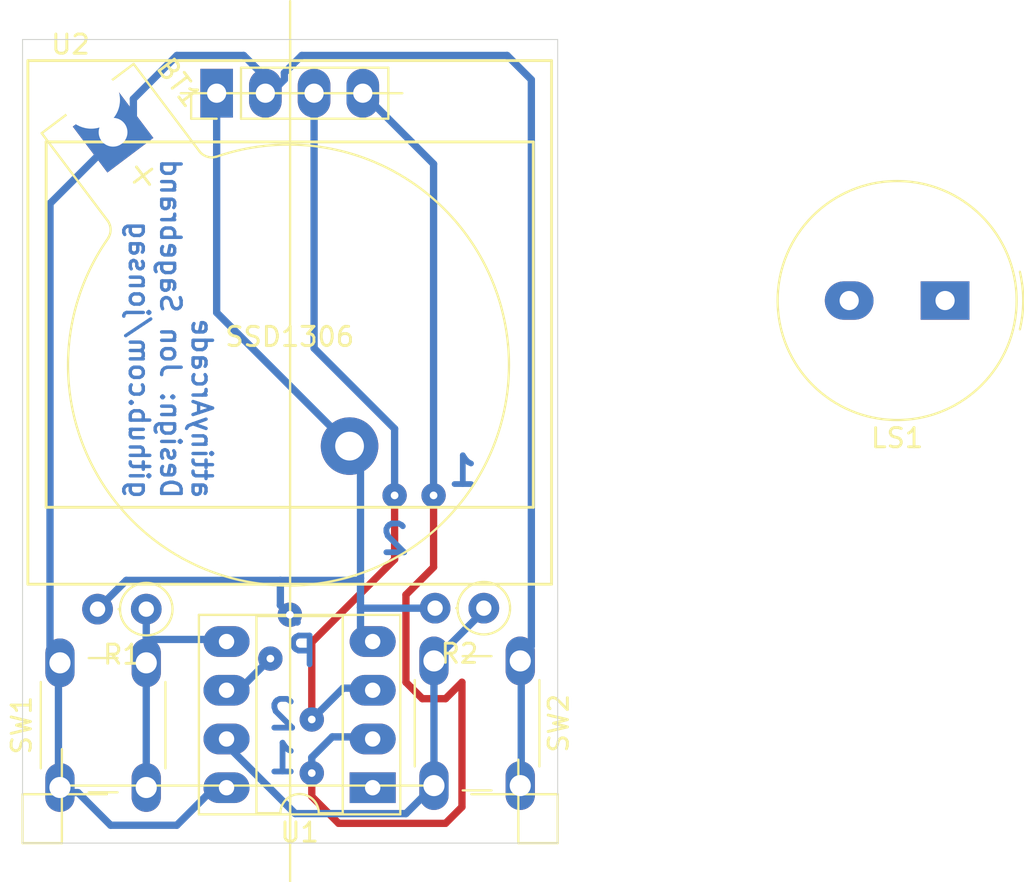
<source format=kicad_pcb>
(kicad_pcb (version 20211014) (generator pcbnew)
  (layers (0 "F.Cu" signal) (31 "B.Cu" signal) (34 "B.Paste" user) (35 "F.Paste" user) (36 "B.SilkS" user "B.Silkscreen") (37 "F.SilkS" user "F.Silkscreen") (38 "B.Mask" user) (39 "F.Mask" user) (44 "Edge.Cuts" user))
  (net 0 "")
  (net 1 "Net-(BT1-Pad1)")
  (net 2 "GND")
  (net 3 "Net-(LS1-Pad1)")
  (net 4 "Net-(R1-Pad1)")
  (net 5 "Net-(R2-Pad1)")
  (net 7 "Net-(U2-Pad4)")
  (net 8 "Net-(U2-Pad3)")
  (footprint "Battery:BatteryHolder_Keystone_103_1x20mm" (layer "F.Cu") (at 134.41881 33.135958 -53)
    (fp_text reference "BT1" (at 0 -4.3 127) (layer "F.SilkS"))
    (fp_text value "3V")
    (fp_text user "+" (at 2.75 0 127) (layer "F.SilkS") (effects (font (size 1.5 1.5))))
    (fp_line (start -2.2 3) (end -2.2 -3) (layer "F.SilkS") (width 0.12))
    (fp_line (start -2.2 3) (end 3.5 3) (layer "F.SilkS") (width 0.12))
    (fp_line (start -2.2 -3) (end 3.5 -3) (layer "F.SilkS") (width 0.12))
    (fp_arc (start 26.695671 -0.045281) (mid 16.993514 11.354991) (end 4.25 3.5) (layer "F.SilkS") (width 0.12))
    (fp_arc (start 4.25 -3.5) (mid 16.993514 -11.35499) (end 26.695671 0.045281) (layer "F.SilkS") (width 0.12))
    (fp_arc (start 4.251754 -3.526384) (mid 3.958861 -3.144679) (end 3.5 -3) (layer "F.SilkS") (width 0.12))
    (fp_arc (start 3.5 3) (mid 3.958862 3.144679) (end 4.251754 3.526384) (layer "F.SilkS") (width 0.12))
    (pad "1" thru_hole rect (at 0 0 307) (size 3 3) (drill 1.5) (layers *.Cu *.Mask) (net 1 "Net-(BT1-Pad1)"))
    (pad "2" thru_hole circle (at 20.49 0 307) (size 3 3) (drill 1.5) (layers *.Cu *.Mask) (net 2 "GND"))
  )
  (footprint "My_Misc:R_Axial_DIN0207_L6.3mm_D2.5mm_P2.54mm_Vertical_large" (layer "F.Cu") (at 136.15 58 180)
    (fp_text reference "R1" (at 1.27 -2.37) (layer "F.SilkS"))
    (fp_text value "10k")
    (fp_line (start 1.37 0) (end 1.44 0) (layer "F.SilkS") (width 0.12))
    (fp_circle (center 0 0) (end 1.37 0) (layer "F.SilkS") (width 0.12) (fill none))
    (pad "1" thru_hole circle locked (at 0 0 180) (size 1.6 1.6) (drill 0.8) (layers *.Cu *.Mask) (net 4 "Net-(R1-Pad1)"))
    (pad "2" thru_hole oval locked (at 2.54 0 180) (size 1.6 1.6) (drill 0.8) (layers *.Cu *.Mask) (net 2 "GND"))
  )
  (footprint "My_Misc:R_Axial_DIN0207_L6.3mm_D2.5mm_P2.54mm_Vertical_large" (layer "F.Cu") (at 153.75 57.95 180)
    (fp_text reference "R2" (at 1.27 -2.37) (layer "F.SilkS"))
    (fp_text value "10k")
    (fp_line (start 1.37 0) (end 1.44 0) (layer "F.SilkS") (width 0.12))
    (fp_circle (center 0 0) (end 1.37 0) (layer "F.SilkS") (width 0.12) (fill none))
    (pad "1" thru_hole circle locked (at 0 0 180) (size 1.6 1.6) (drill 0.8) (layers *.Cu *.Mask) (net 5 "Net-(R2-Pad1)"))
    (pad "2" thru_hole oval locked (at 2.54 0 180) (size 1.6 1.6) (drill 0.8) (layers *.Cu *.Mask) (net 2 "GND"))
  )
  (footprint "My_Misc:SW_PUSH_6mm_large" (layer "F.Cu") (at 131.65 67.3 90)
    (fp_text reference "SW1" (at 3.25 -2 90) (layer "F.SilkS"))
    (fp_text value "SW_Push")
    (fp_line (start 1 5.5) (end 5.5 5.5) (layer "F.SilkS") (width 0.12))
    (fp_line (start 6.75 3) (end 6.75 1.5) (layer "F.SilkS") (width 0.12))
    (fp_line (start 5.5 -1) (end 1 -1) (layer "F.SilkS") (width 0.12))
    (fp_line (start -0.25 1.5) (end -0.25 3) (layer "F.SilkS") (width 0.12))
    (pad "1" thru_hole oval locked (at 6.5 0 180) (size 1.524 2.54) (drill 1.1) (layers *.Cu *.Mask) (net 1 "Net-(BT1-Pad1)"))
    (pad "1" thru_hole oval locked (at 0 0 180) (size 1.524 2.54) (drill 1.1) (layers *.Cu *.Mask) (net 1 "Net-(BT1-Pad1)"))
    (pad "2" thru_hole oval locked (at 0 4.5 180) (size 1.524 2.54) (drill 1.1) (layers *.Cu *.Mask) (net 4 "Net-(R1-Pad1)"))
    (pad "2" thru_hole oval locked (at 6.5 4.5 180) (size 1.524 2.54) (drill 1.1) (layers *.Cu *.Mask) (net 4 "Net-(R1-Pad1)"))
  )
  (footprint "My_Misc:SW_PUSH_6mm_large" (layer "F.Cu") (at 155.65 60.7 -90)
    (fp_text reference "SW2" (at 3.25 -2 90) (layer "F.SilkS"))
    (fp_text value "SW_Push")
    (fp_line (start 5.5 -1) (end 1 -1) (layer "F.SilkS") (width 0.12))
    (fp_line (start -0.25 1.5) (end -0.25 3) (layer "F.SilkS") (width 0.12))
    (fp_line (start 6.75 3) (end 6.75 1.5) (layer "F.SilkS") (width 0.12))
    (fp_line (start 1 5.5) (end 5.5 5.5) (layer "F.SilkS") (width 0.12))
    (pad "1" thru_hole oval locked (at 6.5 0) (size 1.524 2.54) (drill 1.1) (layers *.Cu *.Mask) (net 1 "Net-(BT1-Pad1)"))
    (pad "1" thru_hole oval locked (at 0 0) (size 1.524 2.54) (drill 1.1) (layers *.Cu *.Mask) (net 1 "Net-(BT1-Pad1)"))
    (pad "2" thru_hole oval locked (at 6.5 4.5) (size 1.524 2.54) (drill 1.1) (layers *.Cu *.Mask) (net 5 "Net-(R2-Pad1)"))
    (pad "2" thru_hole oval locked (at 0 4.5) (size 1.524 2.54) (drill 1.1) (layers *.Cu *.Mask) (net 5 "Net-(R2-Pad1)"))
  )
  (footprint "My_Parts:SSD1306_I2C_0.96_OLED_display_large" (layer "F.Cu") (at 139.82 31.1)
    (fp_text reference "U2" (at -7.62 -2.54) (layer "F.SilkS"))
    (fp_text value "SSD1306_I2C_display")
    (fp_text user "SSD1306" (at 3.81 12.7 unlocked) (layer "F.SilkS"))
    (fp_line (start 8.95 1.33) (end 8.95 -1.33) (layer "F.SilkS") (width 0.12))
    (fp_line (start 16.51 21.59) (end -8.89 21.59) (layer "F.SilkS") (width 0.15))
    (fp_line (start 16.51 2.54) (end 16.51 21.59) (layer "F.SilkS") (width 0.15))
    (fp_line (start 1.27 1.33) (end 1.27 -1.33) (layer "F.SilkS") (width 0.12))
    (fp_line (start 0 1.33) (end -1.33 1.33) (layer "F.SilkS") (width 0.12))
    (fp_line (start 1.27 -1.33) (end 8.95 -1.33) (layer "F.SilkS") (width 0.12))
    (fp_line (start 17.46 -1.7) (end 17.46 25.6) (layer "F.SilkS") (width 0.15))
    (fp_line (start -9.84 -1.7) (end 17.46 -1.7) (layer "F.SilkS") (width 0.15))
    (fp_line (start -9.84 -1.7) (end -9.84 25.6) (layer "F.SilkS") (width 0.15))
    (fp_line (start -9.84 25.6) (end 17.46 25.6) (layer "F.SilkS") (width 0.15))
    (fp_line (start -1.33 1.33) (end -1.33 0) (layer "F.SilkS") (width 0.12))
    (fp_line (start 1.27 1.33) (end 8.95 1.33) (layer "F.SilkS") (width 0.12))
    (fp_line (start -8.89 2.54) (end 16.51 2.54) (layer "F.SilkS") (width 0.15))
    (fp_line (start -8.89 21.59) (end -8.89 2.54) (layer "F.SilkS") (width 0.15))
    (pad "" np_thru_hole oval (at -6.49 23.6) (size 3 3) (drill 3) (layers *.Cu *.Mask))
    (pad "" np_thru_hole oval (at -6.54 0.35) (size 3 3) (drill 3) (layers *.Cu *.Mask))
    (pad "" np_thru_hole oval (at 14.21 0.35) (size 3 3) (drill 3) (layers *.Cu *.Mask))
    (pad "" np_thru_hole oval (at 14.16 23.6) (size 3 3) (drill 3) (layers *.Cu *.Mask))
    (pad "1" thru_hole rect (at 0 0 90) (size 2.54 1.7) (drill 1) (layers *.Cu *.Mask) (net 2 "GND"))
    (pad "2" thru_hole oval (at 2.54 0 90) (size 2.54 1.7) (drill 1) (layers *.Cu *.Mask) (net 1 "Net-(BT1-Pad1)"))
    (pad "3" thru_hole oval (at 5.08 0 90) (size 2.54 1.7) (drill 1) (layers *.Cu *.Mask) (net 8 "Net-(U2-Pad3)"))
    (pad "4" thru_hole oval (at 7.62 0 90) (size 2.54 1.7) (drill 1) (layers *.Cu *.Mask) (net 7 "Net-(U2-Pad4)"))
  )
  (footprint "My_Misc:Buzzer_TDK_PS1240P02BT_D12.2mm_H6.5mm_large" (layer "F.Cu") (at 177.8 41.91 180)
    (fp_text reference "LS1" (at 2.5 -7.17) (layer "F.SilkS"))
    (fp_text value "Speaker")
    (fp_arc (start -3.9 1.499999) (mid -4.073431 0) (end -3.9 -1.5) (layer "F.SilkS") (width 0.12))
    (fp_circle (center 2.5 0) (end 8.73 0) (layer "F.SilkS") (width 0.12) (fill none))
    (pad "1" thru_hole rect locked (at 0 0 180) (size 2.54 2) (drill 1) (layers *.Cu *.Mask) (net 3 "Net-(LS1-Pad1)"))
    (pad "2" thru_hole oval locked (at 5 0 180) (size 2.54 2) (drill 1) (layers *.Cu *.Mask) (net 2 "GND"))
  )
  (footprint "My_Misc:DIP-8_W7.62mm_Socket_w_dip_packet_LongPads" (layer "F.Cu") (at 147.955 67.31 180)
    (fp_text reference "U1" (at 3.81 -2.33 180) (layer "F.SilkS"))
    (fp_text value "ATtiny85-20P" hide)
    (fp_line (start 6.06 8.95) (end 6.06 -1.33) (layer "F.SilkS") (width 0.12))
    (fp_line (start 1.56 8.95) (end 6.06 8.95) (layer "F.SilkS") (width 0.12))
    (fp_line (start -1.44 -1.39) (end -1.44 9.01) (layer "F.SilkS") (width 0.12))
    (fp_line (start 2.81 -1.33) (end 1.56 -1.33) (layer "F.SilkS") (width 0.12))
    (fp_line (start 9.06 -1.39) (end -1.44 -1.39) (layer "F.SilkS") (width 0.12))
    (fp_line (start 9.06 9.01) (end 9.06 -1.39) (layer "F.SilkS") (width 0.12))
    (fp_line (start -1.44 9.01) (end 9.06 9.01) (layer "F.SilkS") (width 0.12))
    (fp_line (start 1.56 -1.33) (end 1.56 8.95) (layer "F.SilkS") (width 0.12))
    (fp_line (start 6.06 -1.33) (end 4.81 -1.33) (layer "F.SilkS") (width 0.12))
    (fp_arc (start 4.81 -1.33) (mid 3.81 -0.33) (end 2.81 -1.33) (layer "F.SilkS") (width 0.12))
    (pad "1" thru_hole rect (at 0 0 180) (size 2.4 1.6) (drill 0.8) (layers *.Cu *.Mask))
    (pad "2" thru_hole oval (at 0 2.54 180) (size 2.4 1.6) (drill 0.8) (layers *.Cu *.Mask) (net 7 "Net-(U2-Pad4)"))
    (pad "3" thru_hole oval (at 0 5.08 180) (size 2.4 1.6) (drill 0.8) (layers *.Cu *.Mask) (net 8 "Net-(U2-Pad3)"))
    (pad "4" thru_hole oval (at 0 7.62 180) (size 2.4 1.6) (drill 0.8) (layers *.Cu *.Mask) (net 2 "GND"))
    (pad "5" thru_hole oval (at 7.62 7.62 180) (size 2.4 1.6) (drill 0.8) (layers *.Cu *.Mask) (net 4 "Net-(R1-Pad1)"))
    (pad "6" thru_hole oval (at 7.62 5.08 180) (size 2.4 1.6) (drill 0.8) (layers *.Cu *.Mask) (net 3 "Net-(LS1-Pad1)"))
    (pad "7" thru_hole oval (at 7.62 2.54 180) (size 2.4 1.6) (drill 0.8) (layers *.Cu *.Mask) (net 5 "Net-(R2-Pad1)"))
    (pad "8" thru_hole oval (at 7.62 0 180) (size 2.4 1.6) (drill 0.8) (layers *.Cu *.Mask) (net 1 "Net-(BT1-Pad1)"))
  )
  (gr_line (start 143.65 70.25) (end 143.65 70.2) (layer "F.SilkS") (width 0.12))
  (gr_line (start 157.6 67.65) (end 153.1 67.65) (layer "F.SilkS") (width 0.12))
  (gr_line (start 143.65 28.3) (end 143.65 31.1) (layer "F.SilkS") (width 0.12))
  (gr_line (start 155.55 70.2) (end 155.55 65.85) (layer "F.SilkS") (width 0.12))
  (gr_line (start 143.65 67.2) (end 131.4 67.2) (layer "F.SilkS") (width 0.12))
  (gr_line (start 143.65 70.2) (end 143.65 72.2) (layer "F.SilkS") (width 0.12))
  (gr_line (start 157.6 70.2) (end 155.55 70.2) (layer "F.SilkS") (width 0.12))
  (gr_line (start 143.65 31.1) (end 149.5 31.1) (layer "F.SilkS") (width 0.12))
  (gr_line (start 143.65 28.3) (end 143.65 26.3) (layer "F.SilkS") (width 0.12))
  (gr_line (start 131.75 70.2) (end 131.75 65.3) (layer "F.SilkS") (width 0.12))
  (gr_line (start 157.6 70.2) (end 157.6 67.65) (layer "F.SilkS") (width 0.12))
  (gr_line (start 143.65 28.3) (end 143.65 70.25) (layer "F.SilkS") (width 0.12))
  (gr_line (start 143.65 67.2) (end 151.2 67.2) (layer "F.SilkS") (width 0.12))
  (gr_line (start 143.65 31.1) (end 137.95 31.1) (layer "F.SilkS") (width 0.12))
  (gr_line (start 129.7 70.2) (end 131.75 70.2) (layer "F.SilkS") (width 0.12))
  (gr_line (start 129.7 70.2) (end 129.7 67.65) (layer "F.SilkS") (width 0.12))
  (gr_line (start 129.7 67.65) (end 134.1 67.65) (layer "F.SilkS") (width 0.12))
  (gr_line (start 143.65 70.25) (end 143.65 67.2) (layer "F.SilkS") (width 0.12))
  (gr_line (start 129.7 28.3) (end 129.7 70.2) (layer "Edge.Cuts") (width 0.05))
  (gr_line (start 129.7 70.2) (end 157.6 70.2) (layer "Edge.Cuts") (width 0.05))
  (gr_line (start 157.6 70.2) (end 157.6 28.3) (layer "Edge.Cuts") (width 0.05))
  (gr_line (start 157.6 28.3) (end 129.7 28.3) (layer "Edge.Cuts") (width 0.05))
  (gr_text "2" (at 143.256 63.5) (layer "B.Cu") (effects (font (size 1.5 1.5) (thickness 0.3)) (justify mirror)))
  (gr_text "attinyArcade\nDesign: Jon Sagebrand\ngithub.com/jonsag" (at 137.414 52.324 -90) (layer "B.Cu") (effects (font (size 1.016 1.016) (thickness 0.1778)) (justify left mirror)))
  (gr_text "1" (at 143.256 65.786) (layer "B.Cu") (effects (font (size 1.5 1.5) (thickness 0.3)) (justify mirror)))
  (gr_text "1" (at 152.654 50.8) (layer "B.Cu") (effects (font (size 1.5 1.5) (thickness 0.3)) (justify mirror)))
  (gr_text "P" (at 144.272 60.198) (layer "B.Cu") (effects (font (size 1.5 1.5) (thickness 0.3)) (justify mirror)))
  (gr_text "2" (at 149.098 54.356) (layer "B.Cu") (effects (font (size 1.5 1.5) (thickness 0.3)) (justify mirror)))
  (segment (start 142.36 30.262698) (end 141.228801 29.131499) (width 0.381) (layer "B.Cu") (net 1))
  (segment (start 154.965272 29.13149) (end 156.228501 30.394719) (width 0.381) (layer "B.Cu") (net 1))
  (segment (start 134.335281 33.648501) (end 131.131499 36.852283) (width 0.381) (layer "B.Cu") (net 1))
  (segment (start 134.29251 69.26851) (end 137.74149 69.26851) (width 0.381) (layer "B.Cu") (net 1))
  (segment (start 135.478501 31.399499) (end 135.478501 32.505281) (width 0.381) (layer "B.Cu") (net 1))
  (segment (start 141.228801 29.131499) (end 137.746501 29.131499) (width 0.381) (layer "B.Cu") (net 1))
  (segment (start 132.588 67.564) (end 134.29251 69.26851) (width 0.381) (layer "B.Cu") (net 1))
  (segment (start 137.74149 69.26851) (end 139.7 67.31) (width 0.381) (layer "B.Cu") (net 1))
  (segment (start 137.746501 29.131499) (end 135.478501 31.399499) (width 0.381) (layer "B.Cu") (net 1))
  (segment (start 142.36 31.1) (end 142.636 31.1) (width 0.381) (layer "B.Cu") (net 1))
  (segment (start 134.537891 33.445891) (end 134.335281 33.648501) (width 0.381) (layer "B.Cu") (net 1))
  (segment (start 156.228501 59.925499) (end 155.448 60.706) (width 0.381) (layer "B.Cu") (net 1))
  (segment (start 142.36 31.1) (end 142.36 30.262698) (width 0.381) (layer "B.Cu") (net 1))
  (segment (start 135.478501 32.505281) (end 134.537891 33.445891) (width 0.381) (layer "B.Cu") (net 1))
  (segment (start 143.35149 30.038587) (end 144.258587 29.13149) (width 0.381) (layer "B.Cu") (net 1))
  (segment (start 131.572 61.214) (end 131.572 67.564) (width 0.381) (layer "B.Cu") (net 1))
  (segment (start 142.636 31.1) (end 143.35149 30.38451) (width 0.381) (layer "B.Cu") (net 1))
  (segment (start 131.131499 60.773499) (end 131.572 61.214) (width 0.381) (layer "B.Cu") (net 1))
  (segment (start 131.572 67.564) (end 132.588 67.564) (width 0.381) (layer "B.Cu") (net 1))
  (segment (start 156.228501 30.394719) (end 156.228501 59.925499) (width 0.381) (layer "B.Cu") (net 1))
  (segment (start 144.258587 29.13149) (end 154.965272 29.13149) (width 0.381) (layer "B.Cu") (net 1))
  (segment (start 131.131499 36.852283) (end 131.131499 60.773499) (width 0.381) (layer "B.Cu") (net 1))
  (segment (start 155.702 67.31) (end 155.702 60.706) (width 0.381) (layer "B.Cu") (net 1))
  (segment (start 143.35149 30.38451) (end 143.35149 30.038587) (width 0.381) (layer "B.Cu") (net 1))
  (via (at 143.637 58.293) (size 1.27) (drill 0.4) (layers "F.Cu" "B.Cu") (net 2))
  (segment (start 143.637 58.293) (end 144.018 58.674) (width 0.381) (layer "B.Cu") (net 2))
  (segment (start 143.142501 56.501499) (end 143.142501 57.798501) (width 0.381) (layer "B.Cu") (net 2))
  (segment (start 139.82 42.538) (end 146.812 49.53) (width 0.381) (layer "B.Cu") (net 2))
  (segment (start 139.82 31.1) (end 139.82 42.538) (width 0.381) (layer "B.Cu") (net 2))
  (segment (start 143.142501 57.798501) (end 143.637 58.293) (width 0.381) (layer "B.Cu") (net 2))
  (segment (start 143.142501 56.501499) (end 147.206501 56.501499) (width 0.381) (layer "B.Cu") (net 2))
  (segment (start 135.108501 56.501499) (end 143.142501 56.501499) (width 0.381) (layer "B.Cu") (net 2))
  (segment (start 147.206501 56.501499) (end 147.32 56.388) (width 0.381) (layer "B.Cu") (net 2))
  (segment (start 151.21 57.95) (end 147.358 57.95) (width 0.381) (layer "B.Cu") (net 2))
  (segment (start 147.32 57.912) (end 147.32 59.69) (width 0.381) (layer "B.Cu") (net 2))
  (segment (start 146.812 49.53) (end 147.32 50.038) (width 0.381) (layer "B.Cu") (net 2))
  (segment (start 147.358 57.95) (end 147.32 57.912) (width 0.381) (layer "B.Cu") (net 2))
  (segment (start 133.61 58) (end 135.108501 56.501499) (width 0.381) (layer "B.Cu") (net 2))
  (segment (start 147.32 50.038) (end 147.32 56.388) (width 0.381) (layer "B.Cu") (net 2))
  (segment (start 147.32 56.388) (end 147.32 57.912) (width 0.381) (layer "B.Cu") (net 2))
  (via (at 142.621 60.579) (size 1.27) (drill 0.4) (layers "F.Cu" "B.Cu") (net 3))
  (segment (start 142.621 60.579) (end 142.748 60.452) (width 0.381) (layer "B.Cu") (net 3))
  (segment (start 141.08 62.12) (end 142.621 60.579) (width 0.381) (layer "B.Cu") (net 3))
  (segment (start 139.88 62.12) (end 141.08 62.12) (width 0.381) (layer "B.Cu") (net 3))
  (segment (start 136.288 59.58) (end 136.15 59.442) (width 0.381) (layer "B.Cu") (net 4))
  (segment (start 136.15 67.3) (end 136.15 60.712) (width 0.381) (layer "B.Cu") (net 4))
  (segment (start 136.15 60.712) (end 136.144 60.706) (width 0.381) (layer "B.Cu") (net 4))
  (segment (start 136.15 59.442) (end 136.15 58.172) (width 0.381) (layer "B.Cu") (net 4))
  (segment (start 139.88 59.58) (end 136.288 59.58) (width 0.381) (layer "B.Cu") (net 4))
  (segment (start 136.15 60.8) (end 136.15 59.442) (width 0.381) (layer "B.Cu") (net 4))
  (segment (start 136.15 58.172) (end 136.144 58.166) (width 0.381) (layer "B.Cu") (net 4))
  (segment (start 143.913974 68.660501) (end 140.023473 64.77) (width 0.381) (layer "B.Cu") (net 5))
  (segment (start 151.13 60.706) (end 153.67 58.166) (width 0.381) (layer "B.Cu") (net 5))
  (segment (start 140.023473 64.77) (end 139.7 64.77) (width 0.381) (layer "B.Cu") (net 5))
  (segment (start 151.15 67.2) (end 151.15 60.726) (width 0.381) (layer "B.Cu") (net 5))
  (segment (start 149.689499 68.660501) (end 143.913974 68.660501) (width 0.381) (layer "B.Cu") (net 5))
  (segment (start 151.15 60.726) (end 151.13 60.706) (width 0.381) (layer "B.Cu") (net 5))
  (segment (start 151.15 67.2) (end 149.689499 68.660501) (width 0.381) (layer "B.Cu") (net 5))
  (segment (start 152.61051 68.312963) (end 152.61051 61.812963) (width 0.381) (layer "F.Cu") (net 7))
  (segment (start 144.78 66.548) (end 144.78 67.769302) (width 0.381) (layer "F.Cu") (net 7))
  (segment (start 151.754963 69.16851) (end 152.61051 68.312963) (width 0.381) (layer "F.Cu") (net 7))
  (segment (start 151.754963 62.66851) (end 150.545037 62.66851) (width 0.381) (layer "F.Cu") (net 7))
  (segment (start 149.68949 61.812963) (end 149.68949 57.252728) (width 0.381) (layer "F.Cu") (net 7))
  (segment (start 144.78 67.769302) (end 146.179208 69.16851) (width 0.381) (layer "F.Cu") (net 7))
  (segment (start 149.68949 57.252728) (end 151.13 55.812218) (width 0.381) (layer "F.Cu") (net 7))
  (segment (start 150.545037 62.66851) (end 149.68949 61.812963) (width 0.381) (layer "F.Cu") (net 7))
  (segment (start 146.179208 69.16851) (end 151.754963 69.16851) (width 0.381) (layer "F.Cu") (net 7))
  (segment (start 152.61051 61.812963) (end 151.754963 62.66851) (width 0.381) (layer "F.Cu") (net 7))
  (segment (start 151.13 55.812218) (end 151.13 52.07) (width 0.381) (layer "F.Cu") (net 7))
  (via (at 151.13 52.07) (size 1.27) (drill 0.4) (layers "F.Cu" "B.Cu") (net 7))
  (via (at 144.78 66.548) (size 1.27) (drill 0.4) (layers "F.Cu" "B.Cu") (net 7))
  (segment (start 144.78 66.548) (end 144.78 66.548) (width 0.381) (layer "B.Cu") (net 7))
  (segment (start 151.13 52.07) (end 151.13 52.07) (width 0.381) (layer "B.Cu") (net 7))
  (segment (start 151.13 34.79) (end 151.13 52.07) (width 0.381) (layer "B.Cu") (net 7))
  (segment (start 147.44 31.1) (end 151.13 34.79) (width 0.381) (layer "B.Cu") (net 7))
  (segment (start 145.849 64.66) (end 144.78 65.729) (width 0.381) (layer "B.Cu") (net 7))
  (segment (start 147.5 64.66) (end 145.849 64.66) (width 0.381) (layer "B.Cu") (net 7))
  (segment (start 144.78 65.729) (end 144.78 66.548) (width 0.381) (layer "B.Cu") (net 7))
  (segment (start 144.78 59.726527) (end 149.098 55.408527) (width 0.381) (layer "F.Cu") (net 8))
  (segment (start 149.098 55.408527) (end 149.098 52.07) (width 0.381) (layer "F.Cu") (net 8))
  (segment (start 144.78 63.754) (end 144.78 59.726527) (width 0.381) (layer "F.Cu") (net 8))
  (via (at 144.78 63.754) (size 1.27) (drill 0.4) (layers "F.Cu" "B.Cu") (net 8))
  (via (at 149.098 52.07) (size 1.27) (drill 0.4) (layers "F.Cu" "B.Cu") (net 8))
  (segment (start 144.78 63.754) (end 144.78 63.754) (width 0.381) (layer "B.Cu") (net 8))
  (segment (start 149.098 52.07) (end 149.098 52.07) (width 0.381) (layer "B.Cu") (net 8))
  (segment (start 149.098 48.594218) (end 149.098 52.07) (width 0.381) (layer "B.Cu") (net 8))
  (segment (start 144.9 44.396218) (end 149.098 48.594218) (width 0.381) (layer "B.Cu") (net 8))
  (segment (start 146.414 62.12) (end 144.78 63.754) (width 0.381) (layer "B.Cu") (net 8))
  (segment (start 144.9 31.1) (end 144.9 44.396218) (width 0.381) (layer "B.Cu") (net 8))
  (segment (start 147.5 62.12) (end 146.414 62.12) (width 0.381) (layer "B.Cu") (net 8))
)
</source>
